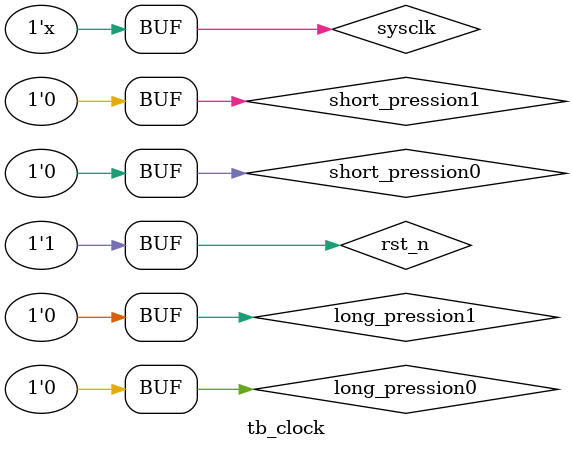
<source format=v>
`include "C:/Users/chb/Desktop/digital_clock/rtl/para.v"

`timescale 1ns/1ps

module tb_clock();
	reg				long_pression1;
	reg				short_pression1;
	reg				long_pression0;
	reg				short_pression0;

	wire	[5:0]	twinkle;
	wire			valid_sd;

	wire	[9:0]	twinkle_fre;
	wire	[9:0]	twinkle_led;
	wire	[9:0]	valid_led;

	wire	[3:0]	reg_num6;
	wire	[3:0]	reg_num5;
	wire	[3:0]	reg_num4;
	wire	[3:0]	reg_num3;
	wire	[3:0]	reg_num2;
	wire	[3:0]	reg_num1;

	wire			l0;

	reg				sysclk;
	reg				rst_n;

	initial begin
		sysclk = 1'b1;
		rst_n = 1'b0;
		# 30;
		rst_n = 1'b1;
	end

	always begin
		# 10;
		sysclk = ~sysclk;
	end

	initial begin
		long_pression1 = 1'b0;
		long_pression0 = 1'b0;
		short_pression1 = 1'b0;
		short_pression0 = 1'b0;
	end
	

	initial begin
		# (20 * 0.001) ; //*
		# (3600 * 1 * 20 * 50);
		long_pression1 = 1'b1;
		# (1 * 20);
		long_pression1 = 1'b0;

		# (4 * 20);
		short_pression1 = 1'b1;
		# (1 * 20);
		short_pression1 = 1'b0;

		# (3 * 20);
		short_pression1 = 1'b1;
		# (1 * 20);
		short_pression1 = 1'b0;

		# (3 * 20);
		short_pression0 = 1'b1;
		# (1 * 20);
		short_pression0 = 1'b0;

		# (10 * 20);
		long_pression1 = 1'b1;
		# (1 * 20);
		long_pression1 = 1'b0;

		# (10 * 20);
		long_pression1 = 1'b1;
		# (1 * 20);
		long_pression1 = 1'b0;

		# (10 * 20);
		long_pression1 = 1'b1;
		# (1 * 20);
		long_pression1 = 1'b0;

		# (10 * 20);
		long_pression1 = 1'b1;
		# (1 * 20);
		long_pression1 = 1'b0;

		# (10 * 20);
		long_pression1 = 1'b1;
		# (1 * 20);
		long_pression1 = 1'b0;

		# (10 * 20);
		long_pression1 = 1'b1;
		# (1 * 20);
		long_pression1 = 1'b0;

		# (90 * 20);
		long_pression0 = 1'b1;
		# (1 * 20);
		long_pression0 = 1'b0;

		# (4 * 20);
		short_pression1 = 1'b1;
		# (1 * 20);
		short_pression1 = 1'b0;

		# (3 * 20);
		short_pression1 = 1'b1;
		# (1 * 20);
		short_pression1 = 1'b0;

		# (10 * 20);
		long_pression1 = 1'b1;
		# (1 * 20);
		long_pression1 = 1'b0;

		# (10 * 20);
		long_pression1 = 1'b1;
		# (1 * 20);
		long_pression1 = 1'b0;

		# (10 * 20);
		long_pression1 = 1'b1;
		# (1 * 20);
		long_pression1 = 1'b0;

		# (10 * 20);
		long_pression1 = 1'b1;
		# (1 * 20);
		long_pression1 = 1'b0;

	end

	clock inst_clock(
		.long_pression1				(long_pression1),
		.short_pression1			(short_pression1),
		.long_pression0				(long_pression0),
		.short_pression0			(short_pression0),
	
		.twinkle					(twinkle),
		.valid_sd					(valid_sd),
	
		.twinkle_fre				(twinkle_fre),
		.twinkle_led				(twinkle_led),
		.valid_led					(valid_led),
	
		.reg_num6					(reg_num6),
		.reg_num5					(reg_num5),
		.reg_num4					(reg_num4),
		.reg_num3					(reg_num3),
		.reg_num2					(reg_num2),
		.reg_num1					(reg_num1),
	
		.l9							(),
		.l8							(),
		.l7							(),
		.l6							(),
		.l5							(),
		.l4							(),
		.l3							(),
		.l2							(),
		.l1							(),
		.l0							(l0),
	
		.sysclk						(sysclk),
		.rst_n						(rst_n)
	);

	//1000000000 ns
endmodule

</source>
